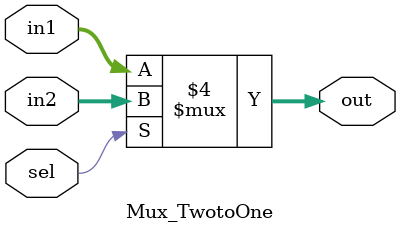
<source format=v>
`timescale 1ns / 1ps


module Mux_TwotoOne(sel,in1,in2,out);
	 input  sel;        // sel=0£¬Ñ¡Ôñin1Êä³ö£¬·ñÔòÑ¡Ôñin2Êä³ö
	 input  [31:0]  in1;
	 input  [31:0]  in2;
	 output  reg  [31:0]  out;
	 
	 always@( in1 or in2 or sel) begin
		if( sel== 0 )
			out=in1;        
		else
			out=in2;      
	 end

endmodule

</source>
